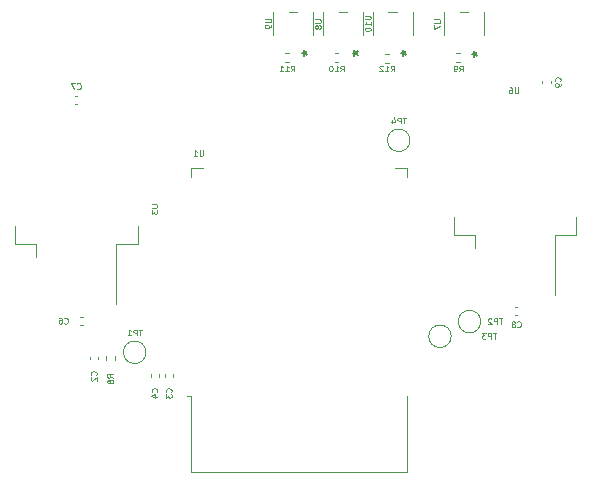
<source format=gbr>
%TF.GenerationSoftware,KiCad,Pcbnew,(6.0.0-0)*%
%TF.CreationDate,2022-04-22T00:51:05+02:00*%
%TF.ProjectId,ProtoBoard,50726f74-6f42-46f6-9172-642e6b696361,rev?*%
%TF.SameCoordinates,Original*%
%TF.FileFunction,Legend,Bot*%
%TF.FilePolarity,Positive*%
%FSLAX46Y46*%
G04 Gerber Fmt 4.6, Leading zero omitted, Abs format (unit mm)*
G04 Created by KiCad (PCBNEW (6.0.0-0)) date 2022-04-22 00:51:05*
%MOMM*%
%LPD*%
G01*
G04 APERTURE LIST*
%ADD10C,0.100000*%
%ADD11C,0.150000*%
%ADD12C,0.120000*%
G04 APERTURE END LIST*
D10*
%TO.C,C6*%
X63383333Y-88528571D02*
X63407142Y-88552380D01*
X63478571Y-88576190D01*
X63526190Y-88576190D01*
X63597619Y-88552380D01*
X63645238Y-88504761D01*
X63669047Y-88457142D01*
X63692857Y-88361904D01*
X63692857Y-88290476D01*
X63669047Y-88195238D01*
X63645238Y-88147619D01*
X63597619Y-88100000D01*
X63526190Y-88076190D01*
X63478571Y-88076190D01*
X63407142Y-88100000D01*
X63383333Y-88123809D01*
X62954761Y-88076190D02*
X63050000Y-88076190D01*
X63097619Y-88100000D01*
X63121428Y-88123809D01*
X63169047Y-88195238D01*
X63192857Y-88290476D01*
X63192857Y-88480952D01*
X63169047Y-88528571D01*
X63145238Y-88552380D01*
X63097619Y-88576190D01*
X63002380Y-88576190D01*
X62954761Y-88552380D01*
X62930952Y-88528571D01*
X62907142Y-88480952D01*
X62907142Y-88361904D01*
X62930952Y-88314285D01*
X62954761Y-88290476D01*
X63002380Y-88266666D01*
X63097619Y-88266666D01*
X63145238Y-88290476D01*
X63169047Y-88314285D01*
X63192857Y-88361904D01*
%TO.C,U1*%
X75130952Y-73876190D02*
X75130952Y-74280952D01*
X75107142Y-74328571D01*
X75083333Y-74352380D01*
X75035714Y-74376190D01*
X74940476Y-74376190D01*
X74892857Y-74352380D01*
X74869047Y-74328571D01*
X74845238Y-74280952D01*
X74845238Y-73876190D01*
X74345238Y-74376190D02*
X74630952Y-74376190D01*
X74488095Y-74376190D02*
X74488095Y-73876190D01*
X74535714Y-73947619D01*
X74583333Y-73995238D01*
X74630952Y-74019047D01*
%TO.C,TP3*%
X99980952Y-89376190D02*
X99695238Y-89376190D01*
X99838095Y-89876190D02*
X99838095Y-89376190D01*
X99528571Y-89876190D02*
X99528571Y-89376190D01*
X99338095Y-89376190D01*
X99290476Y-89400000D01*
X99266666Y-89423809D01*
X99242857Y-89471428D01*
X99242857Y-89542857D01*
X99266666Y-89590476D01*
X99290476Y-89614285D01*
X99338095Y-89638095D01*
X99528571Y-89638095D01*
X99076190Y-89376190D02*
X98766666Y-89376190D01*
X98933333Y-89566666D01*
X98861904Y-89566666D01*
X98814285Y-89590476D01*
X98790476Y-89614285D01*
X98766666Y-89661904D01*
X98766666Y-89780952D01*
X98790476Y-89828571D01*
X98814285Y-89852380D01*
X98861904Y-89876190D01*
X99004761Y-89876190D01*
X99052380Y-89852380D01*
X99076190Y-89828571D01*
%TO.C,C4*%
X71228571Y-94366666D02*
X71252380Y-94342857D01*
X71276190Y-94271428D01*
X71276190Y-94223809D01*
X71252380Y-94152380D01*
X71204761Y-94104761D01*
X71157142Y-94080952D01*
X71061904Y-94057142D01*
X70990476Y-94057142D01*
X70895238Y-94080952D01*
X70847619Y-94104761D01*
X70800000Y-94152380D01*
X70776190Y-94223809D01*
X70776190Y-94271428D01*
X70800000Y-94342857D01*
X70823809Y-94366666D01*
X70942857Y-94795238D02*
X71276190Y-94795238D01*
X70752380Y-94676190D02*
X71109523Y-94557142D01*
X71109523Y-94866666D01*
%TO.C,C8*%
X101733333Y-88838571D02*
X101757142Y-88862380D01*
X101828571Y-88886190D01*
X101876190Y-88886190D01*
X101947619Y-88862380D01*
X101995238Y-88814761D01*
X102019047Y-88767142D01*
X102042857Y-88671904D01*
X102042857Y-88600476D01*
X102019047Y-88505238D01*
X101995238Y-88457619D01*
X101947619Y-88410000D01*
X101876190Y-88386190D01*
X101828571Y-88386190D01*
X101757142Y-88410000D01*
X101733333Y-88433809D01*
X101447619Y-88600476D02*
X101495238Y-88576666D01*
X101519047Y-88552857D01*
X101542857Y-88505238D01*
X101542857Y-88481428D01*
X101519047Y-88433809D01*
X101495238Y-88410000D01*
X101447619Y-88386190D01*
X101352380Y-88386190D01*
X101304761Y-88410000D01*
X101280952Y-88433809D01*
X101257142Y-88481428D01*
X101257142Y-88505238D01*
X101280952Y-88552857D01*
X101304761Y-88576666D01*
X101352380Y-88600476D01*
X101447619Y-88600476D01*
X101495238Y-88624285D01*
X101519047Y-88648095D01*
X101542857Y-88695714D01*
X101542857Y-88790952D01*
X101519047Y-88838571D01*
X101495238Y-88862380D01*
X101447619Y-88886190D01*
X101352380Y-88886190D01*
X101304761Y-88862380D01*
X101280952Y-88838571D01*
X101257142Y-88790952D01*
X101257142Y-88695714D01*
X101280952Y-88648095D01*
X101304761Y-88624285D01*
X101352380Y-88600476D01*
%TO.C,TP2*%
X100480952Y-88126190D02*
X100195238Y-88126190D01*
X100338095Y-88626190D02*
X100338095Y-88126190D01*
X100028571Y-88626190D02*
X100028571Y-88126190D01*
X99838095Y-88126190D01*
X99790476Y-88150000D01*
X99766666Y-88173809D01*
X99742857Y-88221428D01*
X99742857Y-88292857D01*
X99766666Y-88340476D01*
X99790476Y-88364285D01*
X99838095Y-88388095D01*
X100028571Y-88388095D01*
X99552380Y-88173809D02*
X99528571Y-88150000D01*
X99480952Y-88126190D01*
X99361904Y-88126190D01*
X99314285Y-88150000D01*
X99290476Y-88173809D01*
X99266666Y-88221428D01*
X99266666Y-88269047D01*
X99290476Y-88340476D01*
X99576190Y-88626190D01*
X99266666Y-88626190D01*
%TO.C,R10*%
X86771428Y-67226190D02*
X86938095Y-66988095D01*
X87057142Y-67226190D02*
X87057142Y-66726190D01*
X86866666Y-66726190D01*
X86819047Y-66750000D01*
X86795238Y-66773809D01*
X86771428Y-66821428D01*
X86771428Y-66892857D01*
X86795238Y-66940476D01*
X86819047Y-66964285D01*
X86866666Y-66988095D01*
X87057142Y-66988095D01*
X86295238Y-67226190D02*
X86580952Y-67226190D01*
X86438095Y-67226190D02*
X86438095Y-66726190D01*
X86485714Y-66797619D01*
X86533333Y-66845238D01*
X86580952Y-66869047D01*
X85985714Y-66726190D02*
X85938095Y-66726190D01*
X85890476Y-66750000D01*
X85866666Y-66773809D01*
X85842857Y-66821428D01*
X85819047Y-66916666D01*
X85819047Y-67035714D01*
X85842857Y-67130952D01*
X85866666Y-67178571D01*
X85890476Y-67202380D01*
X85938095Y-67226190D01*
X85985714Y-67226190D01*
X86033333Y-67202380D01*
X86057142Y-67178571D01*
X86080952Y-67130952D01*
X86104761Y-67035714D01*
X86104761Y-66916666D01*
X86080952Y-66821428D01*
X86057142Y-66773809D01*
X86033333Y-66750000D01*
X85985714Y-66726190D01*
%TO.C,C3*%
X72428571Y-94366666D02*
X72452380Y-94342857D01*
X72476190Y-94271428D01*
X72476190Y-94223809D01*
X72452380Y-94152380D01*
X72404761Y-94104761D01*
X72357142Y-94080952D01*
X72261904Y-94057142D01*
X72190476Y-94057142D01*
X72095238Y-94080952D01*
X72047619Y-94104761D01*
X72000000Y-94152380D01*
X71976190Y-94223809D01*
X71976190Y-94271428D01*
X72000000Y-94342857D01*
X72023809Y-94366666D01*
X71976190Y-94533333D02*
X71976190Y-94842857D01*
X72166666Y-94676190D01*
X72166666Y-94747619D01*
X72190476Y-94795238D01*
X72214285Y-94819047D01*
X72261904Y-94842857D01*
X72380952Y-94842857D01*
X72428571Y-94819047D01*
X72452380Y-94795238D01*
X72476190Y-94747619D01*
X72476190Y-94604761D01*
X72452380Y-94557142D01*
X72428571Y-94533333D01*
%TO.C,U8*%
X84626190Y-62819047D02*
X85030952Y-62819047D01*
X85078571Y-62842857D01*
X85102380Y-62866666D01*
X85126190Y-62914285D01*
X85126190Y-63009523D01*
X85102380Y-63057142D01*
X85078571Y-63080952D01*
X85030952Y-63104761D01*
X84626190Y-63104761D01*
X84840476Y-63414285D02*
X84816666Y-63366666D01*
X84792857Y-63342857D01*
X84745238Y-63319047D01*
X84721428Y-63319047D01*
X84673809Y-63342857D01*
X84650000Y-63366666D01*
X84626190Y-63414285D01*
X84626190Y-63509523D01*
X84650000Y-63557142D01*
X84673809Y-63580952D01*
X84721428Y-63604761D01*
X84745238Y-63604761D01*
X84792857Y-63580952D01*
X84816666Y-63557142D01*
X84840476Y-63509523D01*
X84840476Y-63414285D01*
X84864285Y-63366666D01*
X84888095Y-63342857D01*
X84935714Y-63319047D01*
X85030952Y-63319047D01*
X85078571Y-63342857D01*
X85102380Y-63366666D01*
X85126190Y-63414285D01*
X85126190Y-63509523D01*
X85102380Y-63557142D01*
X85078571Y-63580952D01*
X85030952Y-63604761D01*
X84935714Y-63604761D01*
X84888095Y-63580952D01*
X84864285Y-63557142D01*
X84840476Y-63509523D01*
D11*
X87802380Y-65650000D02*
X88040476Y-65650000D01*
X87945238Y-65411904D02*
X88040476Y-65650000D01*
X87945238Y-65888095D01*
X88230952Y-65507142D02*
X88040476Y-65650000D01*
X88230952Y-65792857D01*
D10*
%TO.C,TP4*%
X92330952Y-71128190D02*
X92045238Y-71128190D01*
X92188095Y-71628190D02*
X92188095Y-71128190D01*
X91878571Y-71628190D02*
X91878571Y-71128190D01*
X91688095Y-71128190D01*
X91640476Y-71152000D01*
X91616666Y-71175809D01*
X91592857Y-71223428D01*
X91592857Y-71294857D01*
X91616666Y-71342476D01*
X91640476Y-71366285D01*
X91688095Y-71390095D01*
X91878571Y-71390095D01*
X91164285Y-71294857D02*
X91164285Y-71628190D01*
X91283333Y-71104380D02*
X91402380Y-71461523D01*
X91092857Y-71461523D01*
%TO.C,C9*%
X105378571Y-68036666D02*
X105402380Y-68012857D01*
X105426190Y-67941428D01*
X105426190Y-67893809D01*
X105402380Y-67822380D01*
X105354761Y-67774761D01*
X105307142Y-67750952D01*
X105211904Y-67727142D01*
X105140476Y-67727142D01*
X105045238Y-67750952D01*
X104997619Y-67774761D01*
X104950000Y-67822380D01*
X104926190Y-67893809D01*
X104926190Y-67941428D01*
X104950000Y-68012857D01*
X104973809Y-68036666D01*
X105426190Y-68274761D02*
X105426190Y-68370000D01*
X105402380Y-68417619D01*
X105378571Y-68441428D01*
X105307142Y-68489047D01*
X105211904Y-68512857D01*
X105021428Y-68512857D01*
X104973809Y-68489047D01*
X104950000Y-68465238D01*
X104926190Y-68417619D01*
X104926190Y-68322380D01*
X104950000Y-68274761D01*
X104973809Y-68250952D01*
X105021428Y-68227142D01*
X105140476Y-68227142D01*
X105188095Y-68250952D01*
X105211904Y-68274761D01*
X105235714Y-68322380D01*
X105235714Y-68417619D01*
X105211904Y-68465238D01*
X105188095Y-68489047D01*
X105140476Y-68512857D01*
%TO.C,R12*%
X91021428Y-67226190D02*
X91188095Y-66988095D01*
X91307142Y-67226190D02*
X91307142Y-66726190D01*
X91116666Y-66726190D01*
X91069047Y-66750000D01*
X91045238Y-66773809D01*
X91021428Y-66821428D01*
X91021428Y-66892857D01*
X91045238Y-66940476D01*
X91069047Y-66964285D01*
X91116666Y-66988095D01*
X91307142Y-66988095D01*
X90545238Y-67226190D02*
X90830952Y-67226190D01*
X90688095Y-67226190D02*
X90688095Y-66726190D01*
X90735714Y-66797619D01*
X90783333Y-66845238D01*
X90830952Y-66869047D01*
X90354761Y-66773809D02*
X90330952Y-66750000D01*
X90283333Y-66726190D01*
X90164285Y-66726190D01*
X90116666Y-66750000D01*
X90092857Y-66773809D01*
X90069047Y-66821428D01*
X90069047Y-66869047D01*
X90092857Y-66940476D01*
X90378571Y-67226190D01*
X90069047Y-67226190D01*
%TO.C,U10*%
X88826190Y-62530952D02*
X89230952Y-62530952D01*
X89278571Y-62554761D01*
X89302380Y-62578571D01*
X89326190Y-62626190D01*
X89326190Y-62721428D01*
X89302380Y-62769047D01*
X89278571Y-62792857D01*
X89230952Y-62816666D01*
X88826190Y-62816666D01*
X89326190Y-63316666D02*
X89326190Y-63030952D01*
X89326190Y-63173809D02*
X88826190Y-63173809D01*
X88897619Y-63126190D01*
X88945238Y-63078571D01*
X88969047Y-63030952D01*
X88826190Y-63626190D02*
X88826190Y-63673809D01*
X88850000Y-63721428D01*
X88873809Y-63745238D01*
X88921428Y-63769047D01*
X89016666Y-63792857D01*
X89135714Y-63792857D01*
X89230952Y-63769047D01*
X89278571Y-63745238D01*
X89302380Y-63721428D01*
X89326190Y-63673809D01*
X89326190Y-63626190D01*
X89302380Y-63578571D01*
X89278571Y-63554761D01*
X89230952Y-63530952D01*
X89135714Y-63507142D01*
X89016666Y-63507142D01*
X88921428Y-63530952D01*
X88873809Y-63554761D01*
X88850000Y-63578571D01*
X88826190Y-63626190D01*
D11*
X91902380Y-65650000D02*
X92140476Y-65650000D01*
X92045238Y-65411904D02*
X92140476Y-65650000D01*
X92045238Y-65888095D01*
X92330952Y-65507142D02*
X92140476Y-65650000D01*
X92330952Y-65792857D01*
D10*
%TO.C,U9*%
X80376190Y-62769047D02*
X80780952Y-62769047D01*
X80828571Y-62792857D01*
X80852380Y-62816666D01*
X80876190Y-62864285D01*
X80876190Y-62959523D01*
X80852380Y-63007142D01*
X80828571Y-63030952D01*
X80780952Y-63054761D01*
X80376190Y-63054761D01*
X80876190Y-63316666D02*
X80876190Y-63411904D01*
X80852380Y-63459523D01*
X80828571Y-63483333D01*
X80757142Y-63530952D01*
X80661904Y-63554761D01*
X80471428Y-63554761D01*
X80423809Y-63530952D01*
X80400000Y-63507142D01*
X80376190Y-63459523D01*
X80376190Y-63364285D01*
X80400000Y-63316666D01*
X80423809Y-63292857D01*
X80471428Y-63269047D01*
X80590476Y-63269047D01*
X80638095Y-63292857D01*
X80661904Y-63316666D01*
X80685714Y-63364285D01*
X80685714Y-63459523D01*
X80661904Y-63507142D01*
X80638095Y-63530952D01*
X80590476Y-63554761D01*
D11*
X83502380Y-65650000D02*
X83740476Y-65650000D01*
X83645238Y-65411904D02*
X83740476Y-65650000D01*
X83645238Y-65888095D01*
X83930952Y-65507142D02*
X83740476Y-65650000D01*
X83930952Y-65792857D01*
D10*
%TO.C,R8*%
X67526190Y-93156666D02*
X67288095Y-92990000D01*
X67526190Y-92870952D02*
X67026190Y-92870952D01*
X67026190Y-93061428D01*
X67050000Y-93109047D01*
X67073809Y-93132857D01*
X67121428Y-93156666D01*
X67192857Y-93156666D01*
X67240476Y-93132857D01*
X67264285Y-93109047D01*
X67288095Y-93061428D01*
X67288095Y-92870952D01*
X67240476Y-93442380D02*
X67216666Y-93394761D01*
X67192857Y-93370952D01*
X67145238Y-93347142D01*
X67121428Y-93347142D01*
X67073809Y-93370952D01*
X67050000Y-93394761D01*
X67026190Y-93442380D01*
X67026190Y-93537619D01*
X67050000Y-93585238D01*
X67073809Y-93609047D01*
X67121428Y-93632857D01*
X67145238Y-93632857D01*
X67192857Y-93609047D01*
X67216666Y-93585238D01*
X67240476Y-93537619D01*
X67240476Y-93442380D01*
X67264285Y-93394761D01*
X67288095Y-93370952D01*
X67335714Y-93347142D01*
X67430952Y-93347142D01*
X67478571Y-93370952D01*
X67502380Y-93394761D01*
X67526190Y-93442380D01*
X67526190Y-93537619D01*
X67502380Y-93585238D01*
X67478571Y-93609047D01*
X67430952Y-93632857D01*
X67335714Y-93632857D01*
X67288095Y-93609047D01*
X67264285Y-93585238D01*
X67240476Y-93537619D01*
%TO.C,TP1*%
X69980952Y-89078190D02*
X69695238Y-89078190D01*
X69838095Y-89578190D02*
X69838095Y-89078190D01*
X69528571Y-89578190D02*
X69528571Y-89078190D01*
X69338095Y-89078190D01*
X69290476Y-89102000D01*
X69266666Y-89125809D01*
X69242857Y-89173428D01*
X69242857Y-89244857D01*
X69266666Y-89292476D01*
X69290476Y-89316285D01*
X69338095Y-89340095D01*
X69528571Y-89340095D01*
X68766666Y-89578190D02*
X69052380Y-89578190D01*
X68909523Y-89578190D02*
X68909523Y-89078190D01*
X68957142Y-89149619D01*
X69004761Y-89197238D01*
X69052380Y-89221047D01*
%TO.C,R11*%
X82571428Y-67226190D02*
X82738095Y-66988095D01*
X82857142Y-67226190D02*
X82857142Y-66726190D01*
X82666666Y-66726190D01*
X82619047Y-66750000D01*
X82595238Y-66773809D01*
X82571428Y-66821428D01*
X82571428Y-66892857D01*
X82595238Y-66940476D01*
X82619047Y-66964285D01*
X82666666Y-66988095D01*
X82857142Y-66988095D01*
X82095238Y-67226190D02*
X82380952Y-67226190D01*
X82238095Y-67226190D02*
X82238095Y-66726190D01*
X82285714Y-66797619D01*
X82333333Y-66845238D01*
X82380952Y-66869047D01*
X81619047Y-67226190D02*
X81904761Y-67226190D01*
X81761904Y-67226190D02*
X81761904Y-66726190D01*
X81809523Y-66797619D01*
X81857142Y-66845238D01*
X81904761Y-66869047D01*
%TO.C,U6*%
X101830952Y-68576190D02*
X101830952Y-68980952D01*
X101807142Y-69028571D01*
X101783333Y-69052380D01*
X101735714Y-69076190D01*
X101640476Y-69076190D01*
X101592857Y-69052380D01*
X101569047Y-69028571D01*
X101545238Y-68980952D01*
X101545238Y-68576190D01*
X101092857Y-68576190D02*
X101188095Y-68576190D01*
X101235714Y-68600000D01*
X101259523Y-68623809D01*
X101307142Y-68695238D01*
X101330952Y-68790476D01*
X101330952Y-68980952D01*
X101307142Y-69028571D01*
X101283333Y-69052380D01*
X101235714Y-69076190D01*
X101140476Y-69076190D01*
X101092857Y-69052380D01*
X101069047Y-69028571D01*
X101045238Y-68980952D01*
X101045238Y-68861904D01*
X101069047Y-68814285D01*
X101092857Y-68790476D01*
X101140476Y-68766666D01*
X101235714Y-68766666D01*
X101283333Y-68790476D01*
X101307142Y-68814285D01*
X101330952Y-68861904D01*
%TO.C,C2*%
X66078571Y-92916666D02*
X66102380Y-92892857D01*
X66126190Y-92821428D01*
X66126190Y-92773809D01*
X66102380Y-92702380D01*
X66054761Y-92654761D01*
X66007142Y-92630952D01*
X65911904Y-92607142D01*
X65840476Y-92607142D01*
X65745238Y-92630952D01*
X65697619Y-92654761D01*
X65650000Y-92702380D01*
X65626190Y-92773809D01*
X65626190Y-92821428D01*
X65650000Y-92892857D01*
X65673809Y-92916666D01*
X65673809Y-93107142D02*
X65650000Y-93130952D01*
X65626190Y-93178571D01*
X65626190Y-93297619D01*
X65650000Y-93345238D01*
X65673809Y-93369047D01*
X65721428Y-93392857D01*
X65769047Y-93392857D01*
X65840476Y-93369047D01*
X66126190Y-93083333D01*
X66126190Y-93392857D01*
%TO.C,U3*%
X70776190Y-78469047D02*
X71180952Y-78469047D01*
X71228571Y-78492857D01*
X71252380Y-78516666D01*
X71276190Y-78564285D01*
X71276190Y-78659523D01*
X71252380Y-78707142D01*
X71228571Y-78730952D01*
X71180952Y-78754761D01*
X70776190Y-78754761D01*
X70776190Y-78945238D02*
X70776190Y-79254761D01*
X70966666Y-79088095D01*
X70966666Y-79159523D01*
X70990476Y-79207142D01*
X71014285Y-79230952D01*
X71061904Y-79254761D01*
X71180952Y-79254761D01*
X71228571Y-79230952D01*
X71252380Y-79207142D01*
X71276190Y-79159523D01*
X71276190Y-79016666D01*
X71252380Y-78969047D01*
X71228571Y-78945238D01*
%TO.C,C7*%
X64483333Y-68668571D02*
X64507142Y-68692380D01*
X64578571Y-68716190D01*
X64626190Y-68716190D01*
X64697619Y-68692380D01*
X64745238Y-68644761D01*
X64769047Y-68597142D01*
X64792857Y-68501904D01*
X64792857Y-68430476D01*
X64769047Y-68335238D01*
X64745238Y-68287619D01*
X64697619Y-68240000D01*
X64626190Y-68216190D01*
X64578571Y-68216190D01*
X64507142Y-68240000D01*
X64483333Y-68263809D01*
X64316666Y-68216190D02*
X63983333Y-68216190D01*
X64197619Y-68716190D01*
%TO.C,R9*%
X96833333Y-67226190D02*
X97000000Y-66988095D01*
X97119047Y-67226190D02*
X97119047Y-66726190D01*
X96928571Y-66726190D01*
X96880952Y-66750000D01*
X96857142Y-66773809D01*
X96833333Y-66821428D01*
X96833333Y-66892857D01*
X96857142Y-66940476D01*
X96880952Y-66964285D01*
X96928571Y-66988095D01*
X97119047Y-66988095D01*
X96595238Y-67226190D02*
X96500000Y-67226190D01*
X96452380Y-67202380D01*
X96428571Y-67178571D01*
X96380952Y-67107142D01*
X96357142Y-67011904D01*
X96357142Y-66821428D01*
X96380952Y-66773809D01*
X96404761Y-66750000D01*
X96452380Y-66726190D01*
X96547619Y-66726190D01*
X96595238Y-66750000D01*
X96619047Y-66773809D01*
X96642857Y-66821428D01*
X96642857Y-66940476D01*
X96619047Y-66988095D01*
X96595238Y-67011904D01*
X96547619Y-67035714D01*
X96452380Y-67035714D01*
X96404761Y-67011904D01*
X96380952Y-66988095D01*
X96357142Y-66940476D01*
%TO.C,U7*%
X94726190Y-62819047D02*
X95130952Y-62819047D01*
X95178571Y-62842857D01*
X95202380Y-62866666D01*
X95226190Y-62914285D01*
X95226190Y-63009523D01*
X95202380Y-63057142D01*
X95178571Y-63080952D01*
X95130952Y-63104761D01*
X94726190Y-63104761D01*
X94726190Y-63295238D02*
X94726190Y-63628571D01*
X95226190Y-63414285D01*
D11*
X97902380Y-65750000D02*
X98140476Y-65750000D01*
X98045238Y-65511904D02*
X98140476Y-65750000D01*
X98045238Y-65988095D01*
X98330952Y-65607142D02*
X98140476Y-65750000D01*
X98330952Y-65892857D01*
D12*
%TO.C,C6*%
X64742164Y-87990000D02*
X64957836Y-87990000D01*
X64742164Y-88710000D02*
X64957836Y-88710000D01*
%TO.C,U1*%
X74130000Y-94695000D02*
X73750000Y-94695000D01*
X74130000Y-101115000D02*
X92370000Y-101115000D01*
X74130000Y-101115000D02*
X74130000Y-94695000D01*
X92370000Y-76150000D02*
X92370000Y-75370000D01*
X92370000Y-101115000D02*
X92370000Y-94695000D01*
X92370000Y-75370000D02*
X91370000Y-75370000D01*
X74130000Y-76150000D02*
X74130000Y-75370000D01*
X74130000Y-75370000D02*
X75130000Y-75370000D01*
%TO.C,TP3*%
X96150000Y-89650000D02*
G75*
G03*
X96150000Y-89650000I-950000J0D01*
G01*
%TO.C,C4*%
X70690000Y-92842164D02*
X70690000Y-93057836D01*
X71410000Y-92842164D02*
X71410000Y-93057836D01*
%TO.C,C8*%
X101542164Y-87140000D02*
X101757836Y-87140000D01*
X101542164Y-87860000D02*
X101757836Y-87860000D01*
%TO.C,TP2*%
X98650000Y-88400000D02*
G75*
G03*
X98650000Y-88400000I-950000J0D01*
G01*
%TO.C,R10*%
X86603641Y-66430000D02*
X86296359Y-66430000D01*
X86603641Y-65670000D02*
X86296359Y-65670000D01*
%TO.C,C3*%
X71890000Y-92842164D02*
X71890000Y-93057836D01*
X72610000Y-92842164D02*
X72610000Y-93057836D01*
%TO.C,U8*%
X85323600Y-64127900D02*
X85323600Y-62172100D01*
X86636739Y-62172100D02*
X87363261Y-62172100D01*
X88676400Y-62172100D02*
X88676400Y-64127900D01*
%TO.C,TP4*%
X92650000Y-73050000D02*
G75*
G03*
X92650000Y-73050000I-950000J0D01*
G01*
%TO.C,C9*%
X103840000Y-68227836D02*
X103840000Y-68012164D01*
X104560000Y-68227836D02*
X104560000Y-68012164D01*
%TO.C,R12*%
X90853641Y-65720000D02*
X90546359Y-65720000D01*
X90853641Y-66480000D02*
X90546359Y-66480000D01*
%TO.C,U10*%
X92876400Y-62172100D02*
X92876400Y-64127900D01*
X90836739Y-62172100D02*
X91563261Y-62172100D01*
X89523600Y-64127900D02*
X89523600Y-62172100D01*
%TO.C,U9*%
X81073600Y-64127900D02*
X81073600Y-62172100D01*
X84426400Y-62172100D02*
X84426400Y-64127900D01*
X82386739Y-62172100D02*
X83113261Y-62172100D01*
%TO.C,R8*%
X66920000Y-91653641D02*
X66920000Y-91346359D01*
X67680000Y-91653641D02*
X67680000Y-91346359D01*
%TO.C,TP1*%
X70300000Y-91000000D02*
G75*
G03*
X70300000Y-91000000I-950000J0D01*
G01*
%TO.C,R11*%
X82403641Y-65670000D02*
X82096359Y-65670000D01*
X82403641Y-66430000D02*
X82096359Y-66430000D01*
%TO.C,U6*%
X96350000Y-81050000D02*
X98160000Y-81050000D01*
X106750000Y-81050000D02*
X104940000Y-81050000D01*
X106750000Y-79550000D02*
X106750000Y-81050000D01*
X98160000Y-81050000D02*
X98160000Y-82150000D01*
X104940000Y-81050000D02*
X104940000Y-86175000D01*
X96350000Y-79550000D02*
X96350000Y-81050000D01*
%TO.C,C2*%
X66260000Y-91607836D02*
X66260000Y-91392164D01*
X65540000Y-91607836D02*
X65540000Y-91392164D01*
%TO.C,U3*%
X69600000Y-80300000D02*
X69600000Y-81800000D01*
X61010000Y-81800000D02*
X61010000Y-82900000D01*
X59200000Y-80300000D02*
X59200000Y-81800000D01*
X69600000Y-81800000D02*
X67790000Y-81800000D01*
X67790000Y-81800000D02*
X67790000Y-86925000D01*
X59200000Y-81800000D02*
X61010000Y-81800000D01*
%TO.C,C7*%
X64507836Y-70010000D02*
X64292164Y-70010000D01*
X64507836Y-69290000D02*
X64292164Y-69290000D01*
%TO.C,R9*%
X96903641Y-65670000D02*
X96596359Y-65670000D01*
X96903641Y-66430000D02*
X96596359Y-66430000D01*
%TO.C,U7*%
X96886739Y-62222100D02*
X97613261Y-62222100D01*
X95573600Y-64177900D02*
X95573600Y-62222100D01*
X98926400Y-62222100D02*
X98926400Y-64177900D01*
%TD*%
M02*

</source>
